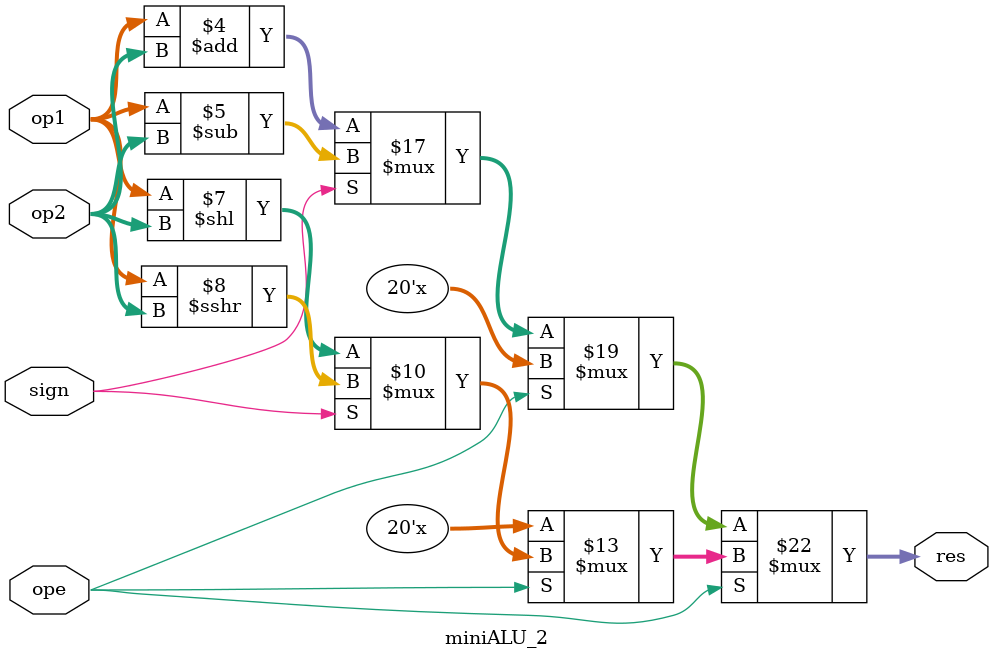
<source format=sv>
module miniALU_2 (
    // TODO: define your input and output ports
		input [3:0] op1,
		input [3:0] op2,
		input ope,
		input sign,
		
		output [19:0] res
    );
	 
	 

    // The following block contains the logic of your combinational circuit
    always_comb begin
        if(ope==0) begin
				if(sign==0) begin
					res = op1+op2;
				end
				else begin
					res = op1-op2;
				end
			end
			else begin
				if(sign==0) begin
					res = op1 << op2;
				end
				else begin
					res = op1 >>> op2;
				end
			end
    end
endmodule
</source>
